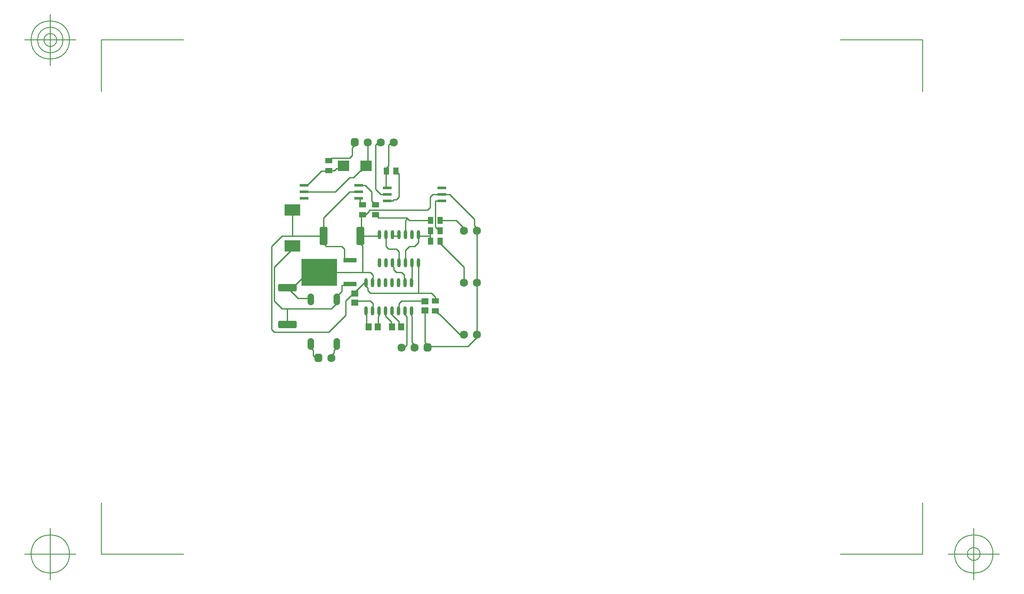
<source format=gbr>
G04 Generated by Ultiboard 13.0 *
%FSLAX34Y34*%
%MOMM*%

%ADD10C,0.0001*%
%ADD11C,0.2540*%
%ADD12C,0.1270*%
%ADD13R,3.0053X0.9101*%
%ADD14C,0.5928*%
%ADD15R,0.0001X1.0000*%
%ADD16C,1.3000*%
%ADD17R,0.5291X0.5291*%
%ADD18C,0.9949*%
%ADD19C,1.6088*%
%ADD20R,2.5500X0.9000*%
%ADD21R,7.0000X5.3000*%
%ADD22R,1.4500X1.1500*%
%ADD23O,0.6096X1.7780*%
%ADD24R,1.1500X1.4500*%
%ADD25R,1.4000X1.0500*%
%ADD26R,0.9101X3.0053*%
%ADD27R,3.1500X2.2000*%
%ADD28R,1.8000X0.6000*%
%ADD29R,2.2500X2.1500*%
%ADD30R,1.0500X1.4000*%


G04 ColorRGB 00FF00 for the following layer *
%LNCopper Top*%
%LPD*%
G54D10*
G54D11*
X335280Y431800D02*
X330200Y436880D01*
X541020Y621877D02*
X541020Y619760D01*
X503343Y619760D01*
X539140Y655320D02*
X533400Y661060D01*
X590978Y472483D02*
X590978Y465662D01*
X594360Y462280D01*
X594360Y406400D01*
X589280Y401320D01*
X584200Y401320D01*
X360680Y477520D02*
X360680Y446617D01*
X482960Y571640D02*
X472440Y571640D01*
X472440Y594360D01*
X467360Y599440D01*
X436880Y599440D01*
X431377Y604943D01*
X431377Y619760D01*
X590978Y527517D02*
X590978Y536782D01*
X589280Y538480D01*
X589280Y543560D01*
X584200Y548640D01*
X574040Y548640D01*
X568960Y553720D01*
X568960Y558800D01*
X566420Y561340D01*
X566420Y566843D01*
X604520Y566843D02*
X604520Y538480D01*
X603678Y537638D01*
X603678Y527517D01*
X617220Y621877D02*
X617220Y617220D01*
X370840Y619760D02*
X370840Y670000D01*
X629920Y491600D02*
X629920Y492760D01*
X584200Y492760D01*
X579120Y487680D01*
X579120Y482600D01*
X578278Y481758D01*
X578278Y472483D01*
X527478Y472483D02*
X527478Y481758D01*
X528320Y482600D01*
X528320Y487680D01*
X523240Y492760D01*
X492760Y492760D01*
X492760Y488840D01*
X503343Y604097D02*
X508000Y599440D01*
X508000Y548640D01*
X523240Y508000D02*
X518160Y513080D01*
X518160Y518160D01*
X514778Y521542D01*
X514778Y527517D01*
X619760Y508000D02*
X523240Y508000D01*
X482960Y525640D02*
X482960Y523240D01*
X467360Y523240D01*
X609600Y401320D02*
X609600Y406400D01*
X604520Y411480D01*
X604520Y462280D01*
X603678Y463122D01*
X603678Y472483D01*
X591820Y627380D02*
X591820Y621877D01*
X457200Y487680D02*
X447040Y477520D01*
X421640Y381000D02*
X416560Y381000D01*
X411480Y386080D01*
X411480Y396240D01*
X406400Y401320D01*
X406400Y408620D01*
X527478Y527517D02*
X527478Y537638D01*
X528320Y538480D01*
X528320Y543560D01*
X523240Y548640D01*
X422960Y548640D01*
X457200Y408620D02*
X457200Y401320D01*
X452120Y396240D01*
X452120Y391160D01*
X447040Y386080D01*
X447040Y381000D01*
X617220Y619760D02*
X617220Y621877D01*
X579120Y621877D02*
X579120Y619760D01*
X566420Y619760D01*
X566420Y621877D01*
X635000Y401320D02*
X635000Y406400D01*
X629920Y411480D01*
X629920Y473600D01*
X510540Y718820D02*
X500540Y718820D01*
X431377Y619760D02*
X431377Y634577D01*
X650240Y637540D02*
X650240Y688340D01*
X514760Y756920D02*
X504600Y746760D01*
X502920Y746760D01*
X470760Y751840D02*
X470760Y756920D01*
X706120Y629920D02*
X706120Y635000D01*
X731520Y629920D02*
X731520Y528320D01*
X731520Y426720D01*
X635000Y401320D02*
X640080Y401320D01*
X554380Y746760D02*
X554380Y752500D01*
X558800Y756920D01*
X558800Y797560D01*
X563880Y802640D01*
X568960Y802640D01*
X492760Y802640D02*
X492760Y797560D01*
X487680Y792480D01*
X487680Y777240D01*
X482600Y772160D01*
X447700Y772160D01*
X441960Y766420D01*
X514760Y756920D02*
X518160Y756920D01*
X518160Y802640D01*
X482600Y706120D02*
X500540Y706120D01*
X490220Y734060D02*
X482600Y734060D01*
X502920Y746760D02*
X490220Y734060D01*
X454660Y706120D02*
X393540Y706120D01*
X482600Y734060D02*
X454660Y706120D01*
X533400Y680060D02*
X525780Y687680D01*
X502920Y685140D02*
X502920Y691040D01*
X500540Y693420D01*
X508000Y680060D02*
X502920Y685140D01*
X505460Y660316D02*
X506204Y661060D01*
X505460Y606213D02*
X503343Y604097D01*
X508000Y661060D02*
X506204Y661060D01*
X505460Y660316D02*
X505460Y606213D01*
X431800Y635000D02*
X431800Y655320D01*
X431377Y634577D02*
X431800Y635000D01*
X431800Y655320D02*
X482600Y706120D01*
X405656Y497840D02*
X406400Y497096D01*
X381423Y497840D02*
X360680Y518583D01*
X406400Y495620D02*
X406400Y497096D01*
X405656Y497840D02*
X381423Y497840D01*
X371263Y518583D02*
X360680Y518583D01*
X422216Y541020D02*
X422960Y541764D01*
X422960Y548640D02*
X422960Y541764D01*
X393700Y541020D02*
X371263Y518583D01*
X422216Y541020D02*
X393700Y541020D01*
X467360Y510860D02*
X457200Y500700D01*
X467360Y523240D02*
X467360Y510860D01*
X457200Y500700D02*
X457200Y487680D01*
X492760Y502920D02*
X485140Y502920D01*
X474980Y492760D01*
X474980Y464820D02*
X441960Y431800D01*
X474980Y492760D02*
X474980Y464820D01*
X441960Y431800D02*
X335280Y431800D01*
X731520Y421640D02*
X731520Y426720D01*
X642620Y403860D02*
X713740Y403860D01*
X731520Y421640D01*
X640080Y401320D02*
X642620Y403860D01*
X553720Y599440D02*
X553720Y621877D01*
X558800Y594360D02*
X553720Y599440D01*
X579120Y589280D02*
X574040Y594360D01*
X579120Y566843D02*
X579120Y589280D01*
X574040Y594360D02*
X558800Y594360D01*
X609600Y599440D02*
X599440Y599440D01*
X617220Y617220D02*
X617220Y607060D01*
X609600Y599440D01*
X591820Y571500D02*
X591820Y566843D01*
X591820Y591820D02*
X591820Y571500D01*
X599440Y599440D02*
X591820Y591820D01*
X690880Y650240D02*
X659740Y650240D01*
X706120Y635000D02*
X690880Y650240D01*
X599440Y650240D02*
X640740Y650240D01*
X599440Y650240D02*
X594360Y655320D01*
X539140Y655320D01*
X663100Y701040D02*
X645160Y701040D01*
X640080Y695960D01*
X640080Y675640D01*
X635000Y670560D01*
X520700Y670560D01*
X513740Y661060D02*
X508000Y661060D01*
X731520Y629920D02*
X731520Y635000D01*
X726440Y640080D01*
X670560Y701040D02*
X663100Y701040D01*
X533400Y797560D02*
X538480Y802640D01*
X543560Y802640D01*
X554380Y746760D02*
X553720Y746760D01*
X553720Y713740D01*
X556100Y713740D01*
X573380Y746760D02*
X579120Y741020D01*
X579120Y695960D01*
X574040Y690880D01*
X568960Y690880D01*
X566420Y688340D01*
X556100Y688340D01*
X650240Y688340D02*
X663100Y688340D01*
X659740Y629920D02*
X657860Y629920D01*
X650240Y637540D01*
X640080Y629260D02*
X640080Y610260D01*
X640740Y609600D01*
X640080Y629260D02*
X640740Y629920D01*
X640080Y619760D02*
X617220Y619760D01*
X660400Y608940D02*
X659740Y609600D01*
X726440Y652780D02*
X678180Y701040D01*
X670560Y701040D01*
X726440Y640080D02*
X726440Y652780D01*
X706120Y558800D02*
X660400Y604520D01*
X706120Y558800D02*
X706120Y528320D01*
X660400Y604520D02*
X660400Y608940D01*
X655980Y467360D02*
X650240Y473100D01*
X698500Y426720D02*
X657860Y467360D01*
X655980Y467360D01*
X698500Y426720D02*
X706120Y426720D01*
X619760Y508000D02*
X642620Y508000D01*
X650240Y500380D02*
X650240Y492100D01*
X642620Y508000D02*
X650240Y500380D01*
X617220Y566843D02*
X617220Y561340D01*
X617220Y508000D01*
X583040Y441960D02*
X579120Y441960D01*
X579120Y452120D01*
X565578Y465662D02*
X565578Y472483D01*
X540178Y472483D02*
X540178Y463978D01*
X538480Y462280D01*
X538480Y441960D01*
X537320Y441960D01*
X579120Y452120D02*
X565578Y465662D01*
X552878Y463122D02*
X552878Y472483D01*
X563880Y443120D02*
X563880Y452120D01*
X565040Y441960D02*
X563880Y443120D01*
X563880Y452120D02*
X552878Y463122D01*
X515620Y445660D02*
X515620Y471641D01*
X514778Y472483D01*
X519320Y441960D02*
X515620Y445660D01*
X513001Y529293D02*
X513001Y528241D01*
X513001Y529293D02*
X514778Y527517D01*
X511621Y528241D02*
X492760Y509380D01*
X511621Y528241D02*
X513001Y528241D01*
X492760Y509380D02*
X492760Y502920D01*
X350520Y477520D02*
X335280Y492760D01*
X447040Y477520D02*
X350520Y477520D01*
X335280Y558800D02*
X370840Y594360D01*
X335280Y492760D02*
X335280Y558800D01*
X370840Y594360D02*
X370840Y600000D01*
X330200Y599440D02*
X350520Y619760D01*
X431377Y619760D01*
X330200Y436880D02*
X330200Y599440D01*
X543560Y701040D02*
X533400Y711200D01*
X533400Y797560D01*
X556100Y701040D02*
X543560Y701040D01*
X525780Y706120D02*
X513080Y718820D01*
X510540Y718820D01*
X525780Y687680D02*
X525780Y706120D01*
X520700Y670560D02*
X520700Y668020D01*
X513740Y661060D01*
X427464Y746760D02*
X399524Y718820D01*
X393540Y718820D01*
X441216Y746760D02*
X427464Y746760D01*
X441216Y746760D02*
X441960Y747504D01*
X441960Y747420D01*
X452877Y747420D02*
X457297Y751840D01*
X470760Y751840D01*
X441960Y747420D02*
X452877Y747420D01*
X441216Y747420D02*
X447700Y747420D01*
X441216Y747420D02*
X441588Y747792D01*
X441630Y747834D02*
X441960Y748164D01*
X591820Y650240D02*
X595630Y654050D01*
X591820Y650240D02*
X591820Y627380D01*
G54D12*
X-2540Y-2540D02*
X-2540Y97968D01*
X-2540Y-2540D02*
X157968Y-2540D01*
X1602540Y-2540D02*
X1442032Y-2540D01*
X1602540Y-2540D02*
X1602540Y97968D01*
X1602540Y1002540D02*
X1602540Y902032D01*
X1602540Y1002540D02*
X1442032Y1002540D01*
X-2540Y1002540D02*
X157968Y1002540D01*
X-2540Y1002540D02*
X-2540Y902032D01*
X-52540Y-2540D02*
X-152540Y-2540D01*
X-102540Y-52540D02*
X-102540Y47460D01*
X-140040Y-2540D02*
G75*
D01*
G02X-140040Y-2540I37500J0*
G01*
X1652540Y-2540D02*
X1752540Y-2540D01*
X1702540Y-52540D02*
X1702540Y47460D01*
X1665040Y-2540D02*
G75*
D01*
G02X1665040Y-2540I37500J0*
G01*
X1690040Y-2540D02*
G75*
D01*
G02X1690040Y-2540I12500J0*
G01*
X-52540Y1002540D02*
X-152540Y1002540D01*
X-102540Y952540D02*
X-102540Y1052540D01*
X-140040Y1002540D02*
G75*
D01*
G02X-140040Y1002540I37500J0*
G01*
X-127540Y1002540D02*
G75*
D01*
G02X-127540Y1002540I25000J0*
G01*
X-115040Y1002540D02*
G75*
D01*
G02X-115040Y1002540I12500J0*
G01*
G54D13*
X360680Y446617D03*
X360680Y518583D03*
G54D14*
X345654Y442067D02*
X375706Y442067D01*
X375706Y451167D01*
X345654Y451167D01*
X345654Y442067D01*D02*
X345654Y514033D02*
X375706Y514033D01*
X375706Y523133D01*
X345654Y523133D01*
X345654Y514033D01*D02*
X426827Y604734D02*
X435927Y604734D01*
X435927Y634786D01*
X426827Y634786D01*
X426827Y604734D01*D02*
X498793Y604734D02*
X507893Y604734D01*
X507893Y634786D01*
X498793Y634786D01*
X498793Y604734D01*D02*
G54D15*
X406400Y408620D03*
X457200Y408620D03*
X406400Y495620D03*
X457200Y495620D03*
G54D16*
X406400Y403620D02*
X406400Y403620D01*
X406400Y413620D01*
X406400Y413620D01*
X406400Y403620D01*D02*
X457200Y403620D02*
X457200Y403620D01*
X457200Y413620D01*
X457200Y413620D01*
X457200Y403620D01*D02*
X406400Y490620D02*
X406400Y490620D01*
X406400Y500620D01*
X406400Y500620D01*
X406400Y490620D01*D02*
X457200Y490620D02*
X457200Y490620D01*
X457200Y500620D01*
X457200Y500620D01*
X457200Y490620D01*D02*
G54D17*
X421640Y381000D03*
X635000Y401320D03*
X492760Y802640D03*
G54D18*
X418995Y378355D02*
X424285Y378355D01*
X424285Y383645D01*
X418995Y383645D01*
X418995Y378355D01*D02*
X632355Y398675D02*
X637645Y398675D01*
X637645Y403965D01*
X632355Y403965D01*
X632355Y398675D01*D02*
X490115Y799995D02*
X495405Y799995D01*
X495405Y805285D01*
X490115Y805285D01*
X490115Y799995D01*D02*
G54D19*
X447040Y381000D03*
X609600Y401320D03*
X584200Y401320D03*
X731520Y528320D03*
X706120Y528320D03*
X731520Y426720D03*
X706120Y426720D03*
X543560Y802640D03*
X518160Y802640D03*
X568960Y802640D03*
X731520Y629920D03*
X706120Y629920D03*
G54D20*
X482960Y525640D03*
X482960Y571640D03*
G54D21*
X422960Y548640D03*
G54D22*
X492760Y488840D03*
X492760Y506840D03*
X629920Y473600D03*
X629920Y491600D03*
G54D23*
X514778Y472483D03*
X527478Y472483D03*
X540178Y472483D03*
X552878Y472483D03*
X565578Y472483D03*
X578278Y472483D03*
X590978Y472483D03*
X603678Y472483D03*
X514778Y527517D03*
X527478Y527517D03*
X540178Y527517D03*
X552878Y527517D03*
X565578Y527517D03*
X578278Y527517D03*
X590978Y527517D03*
X603678Y527517D03*
X541020Y566843D03*
X553720Y566843D03*
X566420Y566843D03*
X579120Y566843D03*
X604520Y566843D03*
X591820Y566843D03*
X617220Y566843D03*
X541020Y621877D03*
X553720Y621877D03*
X566420Y621877D03*
X579120Y621877D03*
X604520Y621877D03*
X591820Y621877D03*
X617220Y621877D03*
G54D24*
X519320Y441960D03*
X537320Y441960D03*
X565040Y441960D03*
X583040Y441960D03*
G54D25*
X650240Y473100D03*
X650240Y492100D03*
X508000Y661060D03*
X508000Y680060D03*
X441960Y747420D03*
X441960Y766420D03*
X533400Y661060D03*
X533400Y680060D03*
G54D26*
X431377Y619760D03*
X503343Y619760D03*
G54D27*
X370840Y600000D03*
X370840Y670000D03*
G54D28*
X393540Y693420D03*
X393540Y706120D03*
X393540Y718820D03*
X500540Y693420D03*
X500540Y706120D03*
X500540Y718820D03*
X663100Y688340D03*
X663100Y713740D03*
X663100Y701040D03*
X556100Y701040D03*
X556100Y713740D03*
X556100Y688340D03*
G54D29*
X470760Y756920D03*
X514760Y756920D03*
G54D30*
X640740Y650240D03*
X659740Y650240D03*
X640740Y629920D03*
X659740Y629920D03*
X640740Y609600D03*
X659740Y609600D03*
X554380Y746760D03*
X573380Y746760D03*

M02*

</source>
